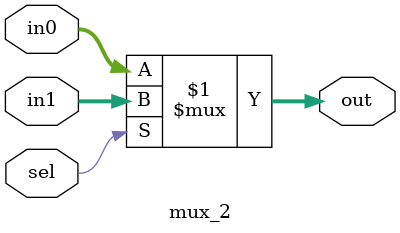
<source format=sv>
module mux_2 #(
    DATA_WIDTH = 32
)(
    input   logic [DATA_WIDTH-1:0]  in0,
    input   logic [DATA_WIDTH-1:0]  in1,
    input   logic                   sel,
    output  logic [DATA_WIDTH-1:0]  out
);
    assign out = sel ? in1 : in0;

endmodule

</source>
